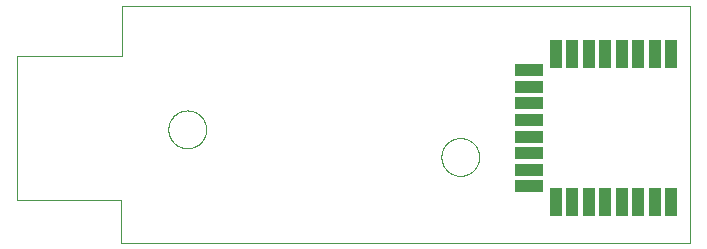
<source format=gtp>
G75*
%MOIN*%
%OFA0B0*%
%FSLAX25Y25*%
%IPPOS*%
%LPD*%
%AMOC8*
5,1,8,0,0,1.08239X$1,22.5*
%
%ADD10C,0.00000*%
%ADD11R,0.03937X0.09646*%
%ADD12R,0.09646X0.03937*%
D10*
X0035742Y0004543D02*
X0225421Y0004380D01*
X0225257Y0083418D01*
X0036116Y0083287D01*
X0035913Y0066626D01*
X0001142Y0066829D01*
X0001000Y0018636D01*
X0035777Y0018636D01*
X0035742Y0004543D01*
X0142509Y0033078D02*
X0142511Y0033236D01*
X0142517Y0033394D01*
X0142527Y0033552D01*
X0142541Y0033710D01*
X0142559Y0033867D01*
X0142580Y0034024D01*
X0142606Y0034180D01*
X0142636Y0034336D01*
X0142669Y0034491D01*
X0142707Y0034644D01*
X0142748Y0034797D01*
X0142793Y0034949D01*
X0142842Y0035100D01*
X0142895Y0035249D01*
X0142951Y0035397D01*
X0143011Y0035543D01*
X0143075Y0035688D01*
X0143143Y0035831D01*
X0143214Y0035973D01*
X0143288Y0036113D01*
X0143366Y0036250D01*
X0143448Y0036386D01*
X0143532Y0036520D01*
X0143621Y0036651D01*
X0143712Y0036780D01*
X0143807Y0036907D01*
X0143904Y0037032D01*
X0144005Y0037154D01*
X0144109Y0037273D01*
X0144216Y0037390D01*
X0144326Y0037504D01*
X0144439Y0037615D01*
X0144554Y0037724D01*
X0144672Y0037829D01*
X0144793Y0037931D01*
X0144916Y0038031D01*
X0145042Y0038127D01*
X0145170Y0038220D01*
X0145300Y0038310D01*
X0145433Y0038396D01*
X0145568Y0038480D01*
X0145704Y0038559D01*
X0145843Y0038636D01*
X0145984Y0038708D01*
X0146126Y0038778D01*
X0146270Y0038843D01*
X0146416Y0038905D01*
X0146563Y0038963D01*
X0146712Y0039018D01*
X0146862Y0039069D01*
X0147013Y0039116D01*
X0147165Y0039159D01*
X0147318Y0039198D01*
X0147473Y0039234D01*
X0147628Y0039265D01*
X0147784Y0039293D01*
X0147940Y0039317D01*
X0148097Y0039337D01*
X0148255Y0039353D01*
X0148412Y0039365D01*
X0148571Y0039373D01*
X0148729Y0039377D01*
X0148887Y0039377D01*
X0149045Y0039373D01*
X0149204Y0039365D01*
X0149361Y0039353D01*
X0149519Y0039337D01*
X0149676Y0039317D01*
X0149832Y0039293D01*
X0149988Y0039265D01*
X0150143Y0039234D01*
X0150298Y0039198D01*
X0150451Y0039159D01*
X0150603Y0039116D01*
X0150754Y0039069D01*
X0150904Y0039018D01*
X0151053Y0038963D01*
X0151200Y0038905D01*
X0151346Y0038843D01*
X0151490Y0038778D01*
X0151632Y0038708D01*
X0151773Y0038636D01*
X0151912Y0038559D01*
X0152048Y0038480D01*
X0152183Y0038396D01*
X0152316Y0038310D01*
X0152446Y0038220D01*
X0152574Y0038127D01*
X0152700Y0038031D01*
X0152823Y0037931D01*
X0152944Y0037829D01*
X0153062Y0037724D01*
X0153177Y0037615D01*
X0153290Y0037504D01*
X0153400Y0037390D01*
X0153507Y0037273D01*
X0153611Y0037154D01*
X0153712Y0037032D01*
X0153809Y0036907D01*
X0153904Y0036780D01*
X0153995Y0036651D01*
X0154084Y0036520D01*
X0154168Y0036386D01*
X0154250Y0036250D01*
X0154328Y0036113D01*
X0154402Y0035973D01*
X0154473Y0035831D01*
X0154541Y0035688D01*
X0154605Y0035543D01*
X0154665Y0035397D01*
X0154721Y0035249D01*
X0154774Y0035100D01*
X0154823Y0034949D01*
X0154868Y0034797D01*
X0154909Y0034644D01*
X0154947Y0034491D01*
X0154980Y0034336D01*
X0155010Y0034180D01*
X0155036Y0034024D01*
X0155057Y0033867D01*
X0155075Y0033710D01*
X0155089Y0033552D01*
X0155099Y0033394D01*
X0155105Y0033236D01*
X0155107Y0033078D01*
X0155105Y0032920D01*
X0155099Y0032762D01*
X0155089Y0032604D01*
X0155075Y0032446D01*
X0155057Y0032289D01*
X0155036Y0032132D01*
X0155010Y0031976D01*
X0154980Y0031820D01*
X0154947Y0031665D01*
X0154909Y0031512D01*
X0154868Y0031359D01*
X0154823Y0031207D01*
X0154774Y0031056D01*
X0154721Y0030907D01*
X0154665Y0030759D01*
X0154605Y0030613D01*
X0154541Y0030468D01*
X0154473Y0030325D01*
X0154402Y0030183D01*
X0154328Y0030043D01*
X0154250Y0029906D01*
X0154168Y0029770D01*
X0154084Y0029636D01*
X0153995Y0029505D01*
X0153904Y0029376D01*
X0153809Y0029249D01*
X0153712Y0029124D01*
X0153611Y0029002D01*
X0153507Y0028883D01*
X0153400Y0028766D01*
X0153290Y0028652D01*
X0153177Y0028541D01*
X0153062Y0028432D01*
X0152944Y0028327D01*
X0152823Y0028225D01*
X0152700Y0028125D01*
X0152574Y0028029D01*
X0152446Y0027936D01*
X0152316Y0027846D01*
X0152183Y0027760D01*
X0152048Y0027676D01*
X0151912Y0027597D01*
X0151773Y0027520D01*
X0151632Y0027448D01*
X0151490Y0027378D01*
X0151346Y0027313D01*
X0151200Y0027251D01*
X0151053Y0027193D01*
X0150904Y0027138D01*
X0150754Y0027087D01*
X0150603Y0027040D01*
X0150451Y0026997D01*
X0150298Y0026958D01*
X0150143Y0026922D01*
X0149988Y0026891D01*
X0149832Y0026863D01*
X0149676Y0026839D01*
X0149519Y0026819D01*
X0149361Y0026803D01*
X0149204Y0026791D01*
X0149045Y0026783D01*
X0148887Y0026779D01*
X0148729Y0026779D01*
X0148571Y0026783D01*
X0148412Y0026791D01*
X0148255Y0026803D01*
X0148097Y0026819D01*
X0147940Y0026839D01*
X0147784Y0026863D01*
X0147628Y0026891D01*
X0147473Y0026922D01*
X0147318Y0026958D01*
X0147165Y0026997D01*
X0147013Y0027040D01*
X0146862Y0027087D01*
X0146712Y0027138D01*
X0146563Y0027193D01*
X0146416Y0027251D01*
X0146270Y0027313D01*
X0146126Y0027378D01*
X0145984Y0027448D01*
X0145843Y0027520D01*
X0145704Y0027597D01*
X0145568Y0027676D01*
X0145433Y0027760D01*
X0145300Y0027846D01*
X0145170Y0027936D01*
X0145042Y0028029D01*
X0144916Y0028125D01*
X0144793Y0028225D01*
X0144672Y0028327D01*
X0144554Y0028432D01*
X0144439Y0028541D01*
X0144326Y0028652D01*
X0144216Y0028766D01*
X0144109Y0028883D01*
X0144005Y0029002D01*
X0143904Y0029124D01*
X0143807Y0029249D01*
X0143712Y0029376D01*
X0143621Y0029505D01*
X0143532Y0029636D01*
X0143448Y0029770D01*
X0143366Y0029906D01*
X0143288Y0030043D01*
X0143214Y0030183D01*
X0143143Y0030325D01*
X0143075Y0030468D01*
X0143011Y0030613D01*
X0142951Y0030759D01*
X0142895Y0030907D01*
X0142842Y0031056D01*
X0142793Y0031207D01*
X0142748Y0031359D01*
X0142707Y0031512D01*
X0142669Y0031665D01*
X0142636Y0031820D01*
X0142606Y0031976D01*
X0142580Y0032132D01*
X0142559Y0032289D01*
X0142541Y0032446D01*
X0142527Y0032604D01*
X0142517Y0032762D01*
X0142511Y0032920D01*
X0142509Y0033078D01*
X0051494Y0042278D02*
X0051496Y0042436D01*
X0051502Y0042594D01*
X0051512Y0042752D01*
X0051526Y0042910D01*
X0051544Y0043067D01*
X0051565Y0043224D01*
X0051591Y0043380D01*
X0051621Y0043536D01*
X0051654Y0043691D01*
X0051692Y0043844D01*
X0051733Y0043997D01*
X0051778Y0044149D01*
X0051827Y0044300D01*
X0051880Y0044449D01*
X0051936Y0044597D01*
X0051996Y0044743D01*
X0052060Y0044888D01*
X0052128Y0045031D01*
X0052199Y0045173D01*
X0052273Y0045313D01*
X0052351Y0045450D01*
X0052433Y0045586D01*
X0052517Y0045720D01*
X0052606Y0045851D01*
X0052697Y0045980D01*
X0052792Y0046107D01*
X0052889Y0046232D01*
X0052990Y0046354D01*
X0053094Y0046473D01*
X0053201Y0046590D01*
X0053311Y0046704D01*
X0053424Y0046815D01*
X0053539Y0046924D01*
X0053657Y0047029D01*
X0053778Y0047131D01*
X0053901Y0047231D01*
X0054027Y0047327D01*
X0054155Y0047420D01*
X0054285Y0047510D01*
X0054418Y0047596D01*
X0054553Y0047680D01*
X0054689Y0047759D01*
X0054828Y0047836D01*
X0054969Y0047908D01*
X0055111Y0047978D01*
X0055255Y0048043D01*
X0055401Y0048105D01*
X0055548Y0048163D01*
X0055697Y0048218D01*
X0055847Y0048269D01*
X0055998Y0048316D01*
X0056150Y0048359D01*
X0056303Y0048398D01*
X0056458Y0048434D01*
X0056613Y0048465D01*
X0056769Y0048493D01*
X0056925Y0048517D01*
X0057082Y0048537D01*
X0057240Y0048553D01*
X0057397Y0048565D01*
X0057556Y0048573D01*
X0057714Y0048577D01*
X0057872Y0048577D01*
X0058030Y0048573D01*
X0058189Y0048565D01*
X0058346Y0048553D01*
X0058504Y0048537D01*
X0058661Y0048517D01*
X0058817Y0048493D01*
X0058973Y0048465D01*
X0059128Y0048434D01*
X0059283Y0048398D01*
X0059436Y0048359D01*
X0059588Y0048316D01*
X0059739Y0048269D01*
X0059889Y0048218D01*
X0060038Y0048163D01*
X0060185Y0048105D01*
X0060331Y0048043D01*
X0060475Y0047978D01*
X0060617Y0047908D01*
X0060758Y0047836D01*
X0060897Y0047759D01*
X0061033Y0047680D01*
X0061168Y0047596D01*
X0061301Y0047510D01*
X0061431Y0047420D01*
X0061559Y0047327D01*
X0061685Y0047231D01*
X0061808Y0047131D01*
X0061929Y0047029D01*
X0062047Y0046924D01*
X0062162Y0046815D01*
X0062275Y0046704D01*
X0062385Y0046590D01*
X0062492Y0046473D01*
X0062596Y0046354D01*
X0062697Y0046232D01*
X0062794Y0046107D01*
X0062889Y0045980D01*
X0062980Y0045851D01*
X0063069Y0045720D01*
X0063153Y0045586D01*
X0063235Y0045450D01*
X0063313Y0045313D01*
X0063387Y0045173D01*
X0063458Y0045031D01*
X0063526Y0044888D01*
X0063590Y0044743D01*
X0063650Y0044597D01*
X0063706Y0044449D01*
X0063759Y0044300D01*
X0063808Y0044149D01*
X0063853Y0043997D01*
X0063894Y0043844D01*
X0063932Y0043691D01*
X0063965Y0043536D01*
X0063995Y0043380D01*
X0064021Y0043224D01*
X0064042Y0043067D01*
X0064060Y0042910D01*
X0064074Y0042752D01*
X0064084Y0042594D01*
X0064090Y0042436D01*
X0064092Y0042278D01*
X0064090Y0042120D01*
X0064084Y0041962D01*
X0064074Y0041804D01*
X0064060Y0041646D01*
X0064042Y0041489D01*
X0064021Y0041332D01*
X0063995Y0041176D01*
X0063965Y0041020D01*
X0063932Y0040865D01*
X0063894Y0040712D01*
X0063853Y0040559D01*
X0063808Y0040407D01*
X0063759Y0040256D01*
X0063706Y0040107D01*
X0063650Y0039959D01*
X0063590Y0039813D01*
X0063526Y0039668D01*
X0063458Y0039525D01*
X0063387Y0039383D01*
X0063313Y0039243D01*
X0063235Y0039106D01*
X0063153Y0038970D01*
X0063069Y0038836D01*
X0062980Y0038705D01*
X0062889Y0038576D01*
X0062794Y0038449D01*
X0062697Y0038324D01*
X0062596Y0038202D01*
X0062492Y0038083D01*
X0062385Y0037966D01*
X0062275Y0037852D01*
X0062162Y0037741D01*
X0062047Y0037632D01*
X0061929Y0037527D01*
X0061808Y0037425D01*
X0061685Y0037325D01*
X0061559Y0037229D01*
X0061431Y0037136D01*
X0061301Y0037046D01*
X0061168Y0036960D01*
X0061033Y0036876D01*
X0060897Y0036797D01*
X0060758Y0036720D01*
X0060617Y0036648D01*
X0060475Y0036578D01*
X0060331Y0036513D01*
X0060185Y0036451D01*
X0060038Y0036393D01*
X0059889Y0036338D01*
X0059739Y0036287D01*
X0059588Y0036240D01*
X0059436Y0036197D01*
X0059283Y0036158D01*
X0059128Y0036122D01*
X0058973Y0036091D01*
X0058817Y0036063D01*
X0058661Y0036039D01*
X0058504Y0036019D01*
X0058346Y0036003D01*
X0058189Y0035991D01*
X0058030Y0035983D01*
X0057872Y0035979D01*
X0057714Y0035979D01*
X0057556Y0035983D01*
X0057397Y0035991D01*
X0057240Y0036003D01*
X0057082Y0036019D01*
X0056925Y0036039D01*
X0056769Y0036063D01*
X0056613Y0036091D01*
X0056458Y0036122D01*
X0056303Y0036158D01*
X0056150Y0036197D01*
X0055998Y0036240D01*
X0055847Y0036287D01*
X0055697Y0036338D01*
X0055548Y0036393D01*
X0055401Y0036451D01*
X0055255Y0036513D01*
X0055111Y0036578D01*
X0054969Y0036648D01*
X0054828Y0036720D01*
X0054689Y0036797D01*
X0054553Y0036876D01*
X0054418Y0036960D01*
X0054285Y0037046D01*
X0054155Y0037136D01*
X0054027Y0037229D01*
X0053901Y0037325D01*
X0053778Y0037425D01*
X0053657Y0037527D01*
X0053539Y0037632D01*
X0053424Y0037741D01*
X0053311Y0037852D01*
X0053201Y0037966D01*
X0053094Y0038083D01*
X0052990Y0038202D01*
X0052889Y0038324D01*
X0052792Y0038449D01*
X0052697Y0038576D01*
X0052606Y0038705D01*
X0052517Y0038836D01*
X0052433Y0038970D01*
X0052351Y0039106D01*
X0052273Y0039243D01*
X0052199Y0039383D01*
X0052128Y0039525D01*
X0052060Y0039668D01*
X0051996Y0039813D01*
X0051936Y0039959D01*
X0051880Y0040107D01*
X0051827Y0040256D01*
X0051778Y0040407D01*
X0051733Y0040559D01*
X0051692Y0040712D01*
X0051654Y0040865D01*
X0051621Y0041020D01*
X0051591Y0041176D01*
X0051565Y0041332D01*
X0051544Y0041489D01*
X0051526Y0041646D01*
X0051512Y0041804D01*
X0051502Y0041962D01*
X0051496Y0042120D01*
X0051494Y0042278D01*
D11*
X0180578Y0018030D03*
X0186089Y0018030D03*
X0191601Y0018030D03*
X0197113Y0018030D03*
X0202625Y0018030D03*
X0208137Y0018030D03*
X0213649Y0018030D03*
X0219160Y0018030D03*
X0219160Y0067242D03*
X0213649Y0067242D03*
X0208137Y0067242D03*
X0202625Y0067242D03*
X0197113Y0067242D03*
X0191601Y0067242D03*
X0186089Y0067242D03*
X0180578Y0067242D03*
D12*
X0171719Y0061927D03*
X0171719Y0056415D03*
X0171719Y0050904D03*
X0171719Y0045392D03*
X0171719Y0039880D03*
X0171719Y0034368D03*
X0171719Y0028856D03*
X0171719Y0023345D03*
M02*

</source>
